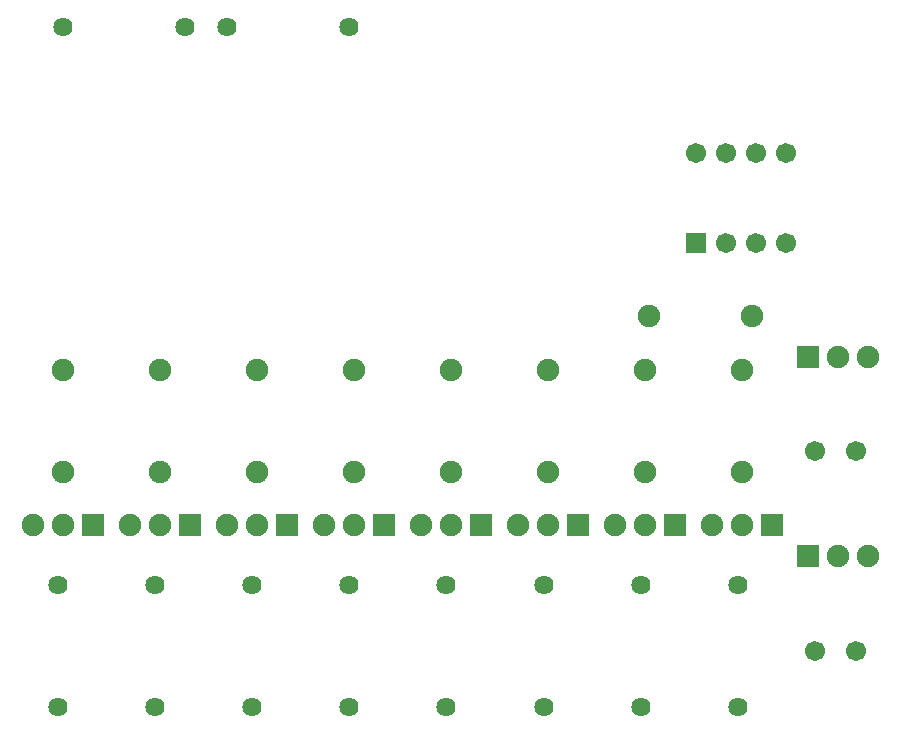
<source format=gbs>
G04 Layer: BottomSolderMaskLayer*
G04 EasyEDA v6.5.47, 2024-09-23 22:29:33*
G04 5a6e75cfa2c046329717b22c304bfbd2,c2d4411aa706456985f533cd49438c3a,10*
G04 Gerber Generator version 0.2*
G04 Scale: 100 percent, Rotated: No, Reflected: No *
G04 Dimensions in millimeters *
G04 leading zeros omitted , absolute positions ,4 integer and 5 decimal *
%FSLAX45Y45*%
%MOMM*%

%AMMACRO1*4,1,8,-0.9211,-0.9508,-0.9508,-0.921,-0.9508,0.9211,-0.9211,0.9508,0.921,0.9508,0.9508,0.9211,0.9508,-0.921,0.921,-0.9508,-0.9211,-0.9508,0*%
%AMMACRO2*4,1,8,-0.8212,-0.8509,-0.8509,-0.8211,-0.8509,0.8212,-0.8212,0.8509,0.8211,0.8509,0.8509,0.8212,0.8509,-0.8211,0.8211,-0.8509,-0.8212,-0.8509,0*%
%ADD10C,1.7016*%
%ADD11O,1.9015964X1.9015964*%
%ADD12MACRO1*%
%ADD13C,1.6256*%
%ADD14MACRO2*%
%ADD15C,1.7018*%
%ADD16C,1.9016*%

%LPD*%
D10*
G01*
X7187006Y-3933774D03*
G01*
X6836994Y-3933774D03*
G01*
X7187006Y-5626100D03*
G01*
X6836994Y-5626100D03*
D11*
G01*
X5969000Y-4565650D03*
G01*
X6223000Y-4565650D03*
D12*
G01*
X6477000Y-4565650D03*
D11*
G01*
X5147132Y-4565650D03*
G01*
X5401132Y-4565650D03*
D12*
G01*
X5655124Y-4565655D03*
D11*
G01*
X4325264Y-4565650D03*
G01*
X4579264Y-4565650D03*
D12*
G01*
X4833259Y-4565655D03*
D11*
G01*
X3503396Y-4565650D03*
G01*
X3757396Y-4565650D03*
D12*
G01*
X4011396Y-4565655D03*
D11*
G01*
X2681528Y-4565650D03*
G01*
X2935528Y-4565650D03*
D12*
G01*
X3189528Y-4565650D03*
D13*
G01*
X6184900Y-6103010D03*
G01*
X6184900Y-5072989D03*
G01*
X5363032Y-6103010D03*
G01*
X5363032Y-5072989D03*
G01*
X4541138Y-6103010D03*
G01*
X4541138Y-5072989D03*
G01*
X3719271Y-6103010D03*
G01*
X3719271Y-5072989D03*
D14*
G01*
X5829297Y-2171689D03*
D15*
G01*
X6083300Y-2171700D03*
G01*
X6337300Y-2171700D03*
G01*
X6591300Y-2171700D03*
G01*
X6591300Y-1409700D03*
G01*
X6337300Y-1409700D03*
G01*
X6083300Y-1409700D03*
G01*
X5829300Y-1409700D03*
D16*
G01*
X6223000Y-4118000D03*
G01*
X6223000Y-3247999D03*
G01*
X5401132Y-4118000D03*
G01*
X5401132Y-3247999D03*
G01*
X4579264Y-4118000D03*
G01*
X4579264Y-3247999D03*
G01*
X3757396Y-4118000D03*
G01*
X3757396Y-3247999D03*
D11*
G01*
X1859661Y-4565650D03*
G01*
X2113661Y-4565650D03*
D12*
G01*
X2367650Y-4565650D03*
D11*
G01*
X1037767Y-4565650D03*
G01*
X1291767Y-4565650D03*
D12*
G01*
X1545775Y-4565650D03*
D11*
G01*
X215900Y-4565650D03*
G01*
X469900Y-4565650D03*
D12*
G01*
X723900Y-4565650D03*
D16*
G01*
X2935503Y-4118000D03*
G01*
X2935503Y-3247999D03*
G01*
X2113635Y-4118000D03*
G01*
X2113635Y-3247999D03*
G01*
X1291767Y-4118000D03*
G01*
X1291767Y-3247999D03*
G01*
X469900Y-4118000D03*
G01*
X469900Y-3247999D03*
D13*
G01*
X2897428Y-6103010D03*
G01*
X2897428Y-5072989D03*
G01*
X2075561Y-6103010D03*
G01*
X2075561Y-5072989D03*
G01*
X1253667Y-6103010D03*
G01*
X1253667Y-5072989D03*
G01*
X431800Y-6103010D03*
G01*
X431800Y-5072989D03*
G01*
X1859889Y-342900D03*
G01*
X2889910Y-342900D03*
G01*
X475589Y-342900D03*
G01*
X1505610Y-342900D03*
D16*
G01*
X6302400Y-2794000D03*
G01*
X5432399Y-2794000D03*
D11*
G01*
X7289800Y-4829225D03*
G01*
X7035800Y-4829225D03*
D12*
G01*
X6781800Y-4829218D03*
D11*
G01*
X7289800Y-3136900D03*
G01*
X7035800Y-3136900D03*
D12*
G01*
X6781800Y-3136900D03*
M02*

</source>
